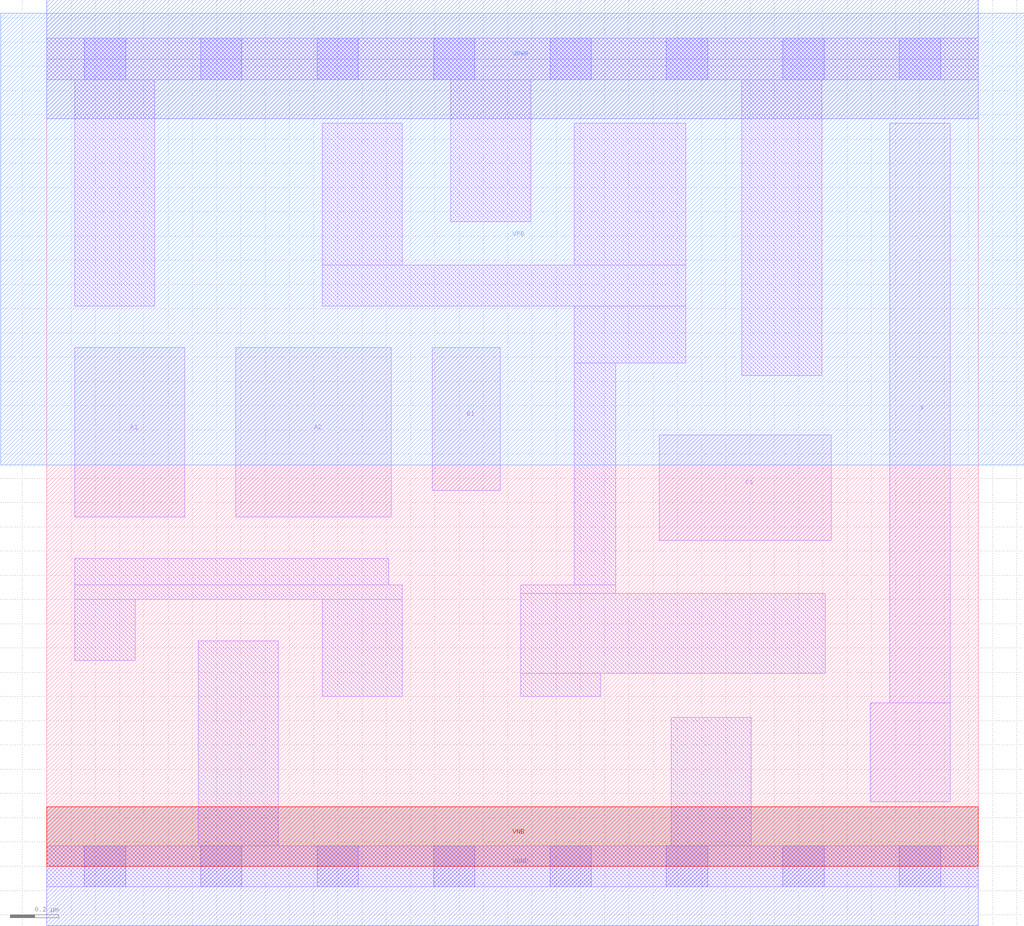
<source format=lef>
# Copyright 2020 The SkyWater PDK Authors
#
# Licensed under the Apache License, Version 2.0 (the "License");
# you may not use this file except in compliance with the License.
# You may obtain a copy of the License at
#
#     https://www.apache.org/licenses/LICENSE-2.0
#
# Unless required by applicable law or agreed to in writing, software
# distributed under the License is distributed on an "AS IS" BASIS,
# WITHOUT WARRANTIES OR CONDITIONS OF ANY KIND, either express or implied.
# See the License for the specific language governing permissions and
# limitations under the License.
#
# SPDX-License-Identifier: Apache-2.0

VERSION 5.7 ;
  NOWIREEXTENSIONATPIN ON ;
  DIVIDERCHAR "/" ;
  BUSBITCHARS "[]" ;
MACRO sky130_fd_sc_lp__o211a_lp
  CLASS CORE ;
  FOREIGN sky130_fd_sc_lp__o211a_lp ;
  ORIGIN  0.000000  0.000000 ;
  SIZE  3.840000 BY  3.330000 ;
  SYMMETRY X Y R90 ;
  SITE unit ;
  PIN A1
    ANTENNAGATEAREA  0.313000 ;
    DIRECTION INPUT ;
    USE SIGNAL ;
    PORT
      LAYER li1 ;
        RECT 0.115000 1.440000 0.570000 2.140000 ;
    END
  END A1
  PIN A2
    ANTENNAGATEAREA  0.313000 ;
    DIRECTION INPUT ;
    USE SIGNAL ;
    PORT
      LAYER li1 ;
        RECT 0.780000 1.440000 1.420000 2.140000 ;
    END
  END A2
  PIN B1
    ANTENNAGATEAREA  0.313000 ;
    DIRECTION INPUT ;
    USE SIGNAL ;
    PORT
      LAYER li1 ;
        RECT 1.590000 1.550000 1.870000 2.140000 ;
    END
  END B1
  PIN C1
    ANTENNAGATEAREA  0.313000 ;
    DIRECTION INPUT ;
    USE SIGNAL ;
    PORT
      LAYER li1 ;
        RECT 2.525000 1.345000 3.235000 1.780000 ;
    END
  END C1
  PIN X
    ANTENNADIFFAREA  0.404700 ;
    DIRECTION OUTPUT ;
    USE SIGNAL ;
    PORT
      LAYER li1 ;
        RECT 3.395000 0.265000 3.725000 0.675000 ;
        RECT 3.475000 0.675000 3.725000 3.065000 ;
    END
  END X
  PIN VGND
    DIRECTION INOUT ;
    USE GROUND ;
    PORT
      LAYER met1 ;
        RECT 0.000000 -0.245000 3.840000 0.245000 ;
    END
  END VGND
  PIN VNB
    DIRECTION INOUT ;
    USE GROUND ;
    PORT
      LAYER pwell ;
        RECT 0.000000 0.000000 3.840000 0.245000 ;
    END
  END VNB
  PIN VPB
    DIRECTION INOUT ;
    USE POWER ;
    PORT
      LAYER nwell ;
        RECT -0.190000 1.655000 4.030000 3.520000 ;
    END
  END VPB
  PIN VPWR
    DIRECTION INOUT ;
    USE POWER ;
    PORT
      LAYER met1 ;
        RECT 0.000000 3.085000 3.840000 3.575000 ;
    END
  END VPWR
  OBS
    LAYER li1 ;
      RECT 0.000000 -0.085000 3.840000 0.085000 ;
      RECT 0.000000  3.245000 3.840000 3.415000 ;
      RECT 0.115000  0.850000 0.365000 1.100000 ;
      RECT 0.115000  1.100000 1.465000 1.160000 ;
      RECT 0.115000  1.160000 1.410000 1.270000 ;
      RECT 0.115000  2.310000 0.445000 3.245000 ;
      RECT 0.625000  0.085000 0.955000 0.930000 ;
      RECT 1.135000  0.700000 1.465000 1.100000 ;
      RECT 1.135000  2.310000 2.635000 2.480000 ;
      RECT 1.135000  2.480000 1.465000 3.065000 ;
      RECT 1.665000  2.660000 1.995000 3.245000 ;
      RECT 1.955000  0.700000 2.285000 0.795000 ;
      RECT 1.955000  0.795000 3.210000 1.125000 ;
      RECT 1.955000  1.125000 2.345000 1.160000 ;
      RECT 2.175000  1.160000 2.345000 2.075000 ;
      RECT 2.175000  2.075000 2.635000 2.310000 ;
      RECT 2.175000  2.480000 2.635000 3.065000 ;
      RECT 2.575000  0.085000 2.905000 0.615000 ;
      RECT 2.865000  2.025000 3.195000 3.245000 ;
    LAYER mcon ;
      RECT 0.155000 -0.085000 0.325000 0.085000 ;
      RECT 0.155000  3.245000 0.325000 3.415000 ;
      RECT 0.635000 -0.085000 0.805000 0.085000 ;
      RECT 0.635000  3.245000 0.805000 3.415000 ;
      RECT 1.115000 -0.085000 1.285000 0.085000 ;
      RECT 1.115000  3.245000 1.285000 3.415000 ;
      RECT 1.595000 -0.085000 1.765000 0.085000 ;
      RECT 1.595000  3.245000 1.765000 3.415000 ;
      RECT 2.075000 -0.085000 2.245000 0.085000 ;
      RECT 2.075000  3.245000 2.245000 3.415000 ;
      RECT 2.555000 -0.085000 2.725000 0.085000 ;
      RECT 2.555000  3.245000 2.725000 3.415000 ;
      RECT 3.035000 -0.085000 3.205000 0.085000 ;
      RECT 3.035000  3.245000 3.205000 3.415000 ;
      RECT 3.515000 -0.085000 3.685000 0.085000 ;
      RECT 3.515000  3.245000 3.685000 3.415000 ;
  END
END sky130_fd_sc_lp__o211a_lp
END LIBRARY

</source>
